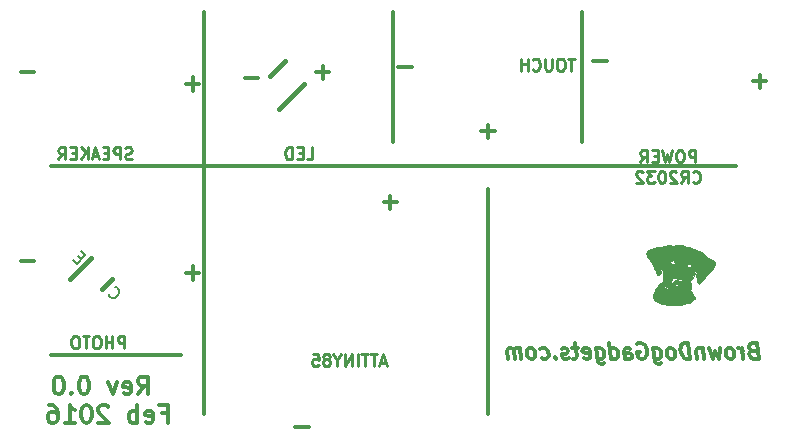
<source format=gbo>
G04 #@! TF.FileFunction,Legend,Bot*
%FSLAX46Y46*%
G04 Gerber Fmt 4.6, Leading zero omitted, Abs format (unit mm)*
G04 Created by KiCad (PCBNEW (2015-08-15 BZR 6092)-product) date 2/28/2016 10:29:08 PM*
%MOMM*%
G01*
G04 APERTURE LIST*
%ADD10C,0.100000*%
%ADD11C,0.300000*%
%ADD12C,0.250000*%
%ADD13C,0.400000*%
%ADD14C,0.010000*%
%ADD15C,0.150000*%
G04 APERTURE END LIST*
D10*
D11*
X141000000Y-34000000D02*
X141000000Y-23000000D01*
X157000000Y-34000000D02*
X157000000Y-23000000D01*
X149000000Y-57000000D02*
X149000000Y-38000000D01*
X112000000Y-52000000D02*
X123000000Y-52000000D01*
X125000000Y-23000000D02*
X125000000Y-57000000D01*
X112000000Y-36000000D02*
X170000000Y-36000000D01*
X119375713Y-55358571D02*
X119875713Y-54644286D01*
X120232856Y-55358571D02*
X120232856Y-53858571D01*
X119661428Y-53858571D01*
X119518570Y-53930000D01*
X119447142Y-54001429D01*
X119375713Y-54144286D01*
X119375713Y-54358571D01*
X119447142Y-54501429D01*
X119518570Y-54572857D01*
X119661428Y-54644286D01*
X120232856Y-54644286D01*
X118161428Y-55287143D02*
X118304285Y-55358571D01*
X118589999Y-55358571D01*
X118732856Y-55287143D01*
X118804285Y-55144286D01*
X118804285Y-54572857D01*
X118732856Y-54430000D01*
X118589999Y-54358571D01*
X118304285Y-54358571D01*
X118161428Y-54430000D01*
X118089999Y-54572857D01*
X118089999Y-54715714D01*
X118804285Y-54858571D01*
X117589999Y-54358571D02*
X117232856Y-55358571D01*
X116875714Y-54358571D01*
X114875714Y-53858571D02*
X114732857Y-53858571D01*
X114590000Y-53930000D01*
X114518571Y-54001429D01*
X114447142Y-54144286D01*
X114375714Y-54430000D01*
X114375714Y-54787143D01*
X114447142Y-55072857D01*
X114518571Y-55215714D01*
X114590000Y-55287143D01*
X114732857Y-55358571D01*
X114875714Y-55358571D01*
X115018571Y-55287143D01*
X115090000Y-55215714D01*
X115161428Y-55072857D01*
X115232857Y-54787143D01*
X115232857Y-54430000D01*
X115161428Y-54144286D01*
X115090000Y-54001429D01*
X115018571Y-53930000D01*
X114875714Y-53858571D01*
X113732857Y-55215714D02*
X113661429Y-55287143D01*
X113732857Y-55358571D01*
X113804286Y-55287143D01*
X113732857Y-55215714D01*
X113732857Y-55358571D01*
X112732857Y-53858571D02*
X112590000Y-53858571D01*
X112447143Y-53930000D01*
X112375714Y-54001429D01*
X112304285Y-54144286D01*
X112232857Y-54430000D01*
X112232857Y-54787143D01*
X112304285Y-55072857D01*
X112375714Y-55215714D01*
X112447143Y-55287143D01*
X112590000Y-55358571D01*
X112732857Y-55358571D01*
X112875714Y-55287143D01*
X112947143Y-55215714D01*
X113018571Y-55072857D01*
X113090000Y-54787143D01*
X113090000Y-54430000D01*
X113018571Y-54144286D01*
X112947143Y-54001429D01*
X112875714Y-53930000D01*
X112732857Y-53858571D01*
X121375713Y-56972857D02*
X121875713Y-56972857D01*
X121875713Y-57758571D02*
X121875713Y-56258571D01*
X121161427Y-56258571D01*
X120018571Y-57687143D02*
X120161428Y-57758571D01*
X120447142Y-57758571D01*
X120589999Y-57687143D01*
X120661428Y-57544286D01*
X120661428Y-56972857D01*
X120589999Y-56830000D01*
X120447142Y-56758571D01*
X120161428Y-56758571D01*
X120018571Y-56830000D01*
X119947142Y-56972857D01*
X119947142Y-57115714D01*
X120661428Y-57258571D01*
X119304285Y-57758571D02*
X119304285Y-56258571D01*
X119304285Y-56830000D02*
X119161428Y-56758571D01*
X118875714Y-56758571D01*
X118732857Y-56830000D01*
X118661428Y-56901429D01*
X118589999Y-57044286D01*
X118589999Y-57472857D01*
X118661428Y-57615714D01*
X118732857Y-57687143D01*
X118875714Y-57758571D01*
X119161428Y-57758571D01*
X119304285Y-57687143D01*
X116875714Y-56401429D02*
X116804285Y-56330000D01*
X116661428Y-56258571D01*
X116304285Y-56258571D01*
X116161428Y-56330000D01*
X116089999Y-56401429D01*
X116018571Y-56544286D01*
X116018571Y-56687143D01*
X116089999Y-56901429D01*
X116947142Y-57758571D01*
X116018571Y-57758571D01*
X115090000Y-56258571D02*
X114947143Y-56258571D01*
X114804286Y-56330000D01*
X114732857Y-56401429D01*
X114661428Y-56544286D01*
X114590000Y-56830000D01*
X114590000Y-57187143D01*
X114661428Y-57472857D01*
X114732857Y-57615714D01*
X114804286Y-57687143D01*
X114947143Y-57758571D01*
X115090000Y-57758571D01*
X115232857Y-57687143D01*
X115304286Y-57615714D01*
X115375714Y-57472857D01*
X115447143Y-57187143D01*
X115447143Y-56830000D01*
X115375714Y-56544286D01*
X115304286Y-56401429D01*
X115232857Y-56330000D01*
X115090000Y-56258571D01*
X113161429Y-57758571D02*
X114018572Y-57758571D01*
X113590000Y-57758571D02*
X113590000Y-56258571D01*
X113732857Y-56472857D01*
X113875715Y-56615714D01*
X114018572Y-56687143D01*
X111875715Y-56258571D02*
X112161429Y-56258571D01*
X112304286Y-56330000D01*
X112375715Y-56401429D01*
X112518572Y-56615714D01*
X112590001Y-56901429D01*
X112590001Y-57472857D01*
X112518572Y-57615714D01*
X112447144Y-57687143D01*
X112304286Y-57758571D01*
X112018572Y-57758571D01*
X111875715Y-57687143D01*
X111804286Y-57615714D01*
X111732858Y-57472857D01*
X111732858Y-57115714D01*
X111804286Y-56972857D01*
X111875715Y-56901429D01*
X112018572Y-56830000D01*
X112304286Y-56830000D01*
X112447144Y-56901429D01*
X112518572Y-56972857D01*
X112590001Y-57115714D01*
X133821428Y-58107143D02*
X132678571Y-58107143D01*
D12*
X118869048Y-35404762D02*
X118726191Y-35452381D01*
X118488095Y-35452381D01*
X118392857Y-35404762D01*
X118345238Y-35357143D01*
X118297619Y-35261905D01*
X118297619Y-35166667D01*
X118345238Y-35071429D01*
X118392857Y-35023810D01*
X118488095Y-34976190D01*
X118678572Y-34928571D01*
X118773810Y-34880952D01*
X118821429Y-34833333D01*
X118869048Y-34738095D01*
X118869048Y-34642857D01*
X118821429Y-34547619D01*
X118773810Y-34500000D01*
X118678572Y-34452381D01*
X118440476Y-34452381D01*
X118297619Y-34500000D01*
X117869048Y-35452381D02*
X117869048Y-34452381D01*
X117488095Y-34452381D01*
X117392857Y-34500000D01*
X117345238Y-34547619D01*
X117297619Y-34642857D01*
X117297619Y-34785714D01*
X117345238Y-34880952D01*
X117392857Y-34928571D01*
X117488095Y-34976190D01*
X117869048Y-34976190D01*
X116869048Y-34928571D02*
X116535714Y-34928571D01*
X116392857Y-35452381D02*
X116869048Y-35452381D01*
X116869048Y-34452381D01*
X116392857Y-34452381D01*
X116011905Y-35166667D02*
X115535714Y-35166667D01*
X116107143Y-35452381D02*
X115773810Y-34452381D01*
X115440476Y-35452381D01*
X115107143Y-35452381D02*
X115107143Y-34452381D01*
X114535714Y-35452381D02*
X114964286Y-34880952D01*
X114535714Y-34452381D02*
X115107143Y-35023810D01*
X114107143Y-34928571D02*
X113773809Y-34928571D01*
X113630952Y-35452381D02*
X114107143Y-35452381D01*
X114107143Y-34452381D01*
X113630952Y-34452381D01*
X112630952Y-35452381D02*
X112964286Y-34976190D01*
X113202381Y-35452381D02*
X113202381Y-34452381D01*
X112821428Y-34452381D01*
X112726190Y-34500000D01*
X112678571Y-34547619D01*
X112630952Y-34642857D01*
X112630952Y-34785714D01*
X112678571Y-34880952D01*
X112726190Y-34928571D01*
X112821428Y-34976190D01*
X113202381Y-34976190D01*
D11*
X141321428Y-39107143D02*
X140178571Y-39107143D01*
X140750000Y-39678571D02*
X140750000Y-38535714D01*
D12*
X118214286Y-51452381D02*
X118214286Y-50452381D01*
X117833333Y-50452381D01*
X117738095Y-50500000D01*
X117690476Y-50547619D01*
X117642857Y-50642857D01*
X117642857Y-50785714D01*
X117690476Y-50880952D01*
X117738095Y-50928571D01*
X117833333Y-50976190D01*
X118214286Y-50976190D01*
X117214286Y-51452381D02*
X117214286Y-50452381D01*
X117214286Y-50928571D02*
X116642857Y-50928571D01*
X116642857Y-51452381D02*
X116642857Y-50452381D01*
X115976191Y-50452381D02*
X115785714Y-50452381D01*
X115690476Y-50500000D01*
X115595238Y-50595238D01*
X115547619Y-50785714D01*
X115547619Y-51119048D01*
X115595238Y-51309524D01*
X115690476Y-51404762D01*
X115785714Y-51452381D01*
X115976191Y-51452381D01*
X116071429Y-51404762D01*
X116166667Y-51309524D01*
X116214286Y-51119048D01*
X116214286Y-50785714D01*
X116166667Y-50595238D01*
X116071429Y-50500000D01*
X115976191Y-50452381D01*
X115261905Y-50452381D02*
X114690476Y-50452381D01*
X114976191Y-51452381D02*
X114976191Y-50452381D01*
X114166667Y-50452381D02*
X113976190Y-50452381D01*
X113880952Y-50500000D01*
X113785714Y-50595238D01*
X113738095Y-50785714D01*
X113738095Y-51119048D01*
X113785714Y-51309524D01*
X113880952Y-51404762D01*
X113976190Y-51452381D01*
X114166667Y-51452381D01*
X114261905Y-51404762D01*
X114357143Y-51309524D01*
X114404762Y-51119048D01*
X114404762Y-50785714D01*
X114357143Y-50595238D01*
X114261905Y-50500000D01*
X114166667Y-50452381D01*
D11*
X124571428Y-45107143D02*
X123428571Y-45107143D01*
X124000000Y-45678571D02*
X124000000Y-44535714D01*
X110571428Y-44107143D02*
X109428571Y-44107143D01*
X110571428Y-28107143D02*
X109428571Y-28107143D01*
X159071428Y-27107143D02*
X157928571Y-27107143D01*
X172571428Y-28857143D02*
X171428571Y-28857143D01*
X172000000Y-29428571D02*
X172000000Y-28285714D01*
X142571428Y-27607143D02*
X141428571Y-27607143D01*
X149571428Y-33107143D02*
X148428571Y-33107143D01*
X149000000Y-33678571D02*
X149000000Y-32535714D01*
X129571428Y-28607143D02*
X128428571Y-28607143D01*
X124571428Y-29107143D02*
X123428571Y-29107143D01*
X124000000Y-29678571D02*
X124000000Y-28535714D01*
D12*
X166559524Y-35702381D02*
X166559524Y-34702381D01*
X166178571Y-34702381D01*
X166083333Y-34750000D01*
X166035714Y-34797619D01*
X165988095Y-34892857D01*
X165988095Y-35035714D01*
X166035714Y-35130952D01*
X166083333Y-35178571D01*
X166178571Y-35226190D01*
X166559524Y-35226190D01*
X165369048Y-34702381D02*
X165178571Y-34702381D01*
X165083333Y-34750000D01*
X164988095Y-34845238D01*
X164940476Y-35035714D01*
X164940476Y-35369048D01*
X164988095Y-35559524D01*
X165083333Y-35654762D01*
X165178571Y-35702381D01*
X165369048Y-35702381D01*
X165464286Y-35654762D01*
X165559524Y-35559524D01*
X165607143Y-35369048D01*
X165607143Y-35035714D01*
X165559524Y-34845238D01*
X165464286Y-34750000D01*
X165369048Y-34702381D01*
X164607143Y-34702381D02*
X164369048Y-35702381D01*
X164178571Y-34988095D01*
X163988095Y-35702381D01*
X163750000Y-34702381D01*
X163369048Y-35178571D02*
X163035714Y-35178571D01*
X162892857Y-35702381D02*
X163369048Y-35702381D01*
X163369048Y-34702381D01*
X162892857Y-34702381D01*
X161892857Y-35702381D02*
X162226191Y-35226190D01*
X162464286Y-35702381D02*
X162464286Y-34702381D01*
X162083333Y-34702381D01*
X161988095Y-34750000D01*
X161940476Y-34797619D01*
X161892857Y-34892857D01*
X161892857Y-35035714D01*
X161940476Y-35130952D01*
X161988095Y-35178571D01*
X162083333Y-35226190D01*
X162464286Y-35226190D01*
X156357143Y-26952381D02*
X155785714Y-26952381D01*
X156071429Y-27952381D02*
X156071429Y-26952381D01*
X155261905Y-26952381D02*
X155071428Y-26952381D01*
X154976190Y-27000000D01*
X154880952Y-27095238D01*
X154833333Y-27285714D01*
X154833333Y-27619048D01*
X154880952Y-27809524D01*
X154976190Y-27904762D01*
X155071428Y-27952381D01*
X155261905Y-27952381D01*
X155357143Y-27904762D01*
X155452381Y-27809524D01*
X155500000Y-27619048D01*
X155500000Y-27285714D01*
X155452381Y-27095238D01*
X155357143Y-27000000D01*
X155261905Y-26952381D01*
X154404762Y-26952381D02*
X154404762Y-27761905D01*
X154357143Y-27857143D01*
X154309524Y-27904762D01*
X154214286Y-27952381D01*
X154023809Y-27952381D01*
X153928571Y-27904762D01*
X153880952Y-27857143D01*
X153833333Y-27761905D01*
X153833333Y-26952381D01*
X152785714Y-27857143D02*
X152833333Y-27904762D01*
X152976190Y-27952381D01*
X153071428Y-27952381D01*
X153214286Y-27904762D01*
X153309524Y-27809524D01*
X153357143Y-27714286D01*
X153404762Y-27523810D01*
X153404762Y-27380952D01*
X153357143Y-27190476D01*
X153309524Y-27095238D01*
X153214286Y-27000000D01*
X153071428Y-26952381D01*
X152976190Y-26952381D01*
X152833333Y-27000000D01*
X152785714Y-27047619D01*
X152357143Y-27952381D02*
X152357143Y-26952381D01*
X152357143Y-27428571D02*
X151785714Y-27428571D01*
X151785714Y-27952381D02*
X151785714Y-26952381D01*
X133642857Y-35452381D02*
X134119048Y-35452381D01*
X134119048Y-34452381D01*
X133309524Y-34928571D02*
X132976190Y-34928571D01*
X132833333Y-35452381D02*
X133309524Y-35452381D01*
X133309524Y-34452381D01*
X132833333Y-34452381D01*
X132404762Y-35452381D02*
X132404762Y-34452381D01*
X132166667Y-34452381D01*
X132023809Y-34500000D01*
X131928571Y-34595238D01*
X131880952Y-34690476D01*
X131833333Y-34880952D01*
X131833333Y-35023810D01*
X131880952Y-35214286D01*
X131928571Y-35309524D01*
X132023809Y-35404762D01*
X132166667Y-35452381D01*
X132404762Y-35452381D01*
D11*
X135571428Y-28107143D02*
X134428571Y-28107143D01*
X135000000Y-28678571D02*
X135000000Y-27535714D01*
D12*
X140392857Y-52666667D02*
X139916666Y-52666667D01*
X140488095Y-52952381D02*
X140154762Y-51952381D01*
X139821428Y-52952381D01*
X139630952Y-51952381D02*
X139059523Y-51952381D01*
X139345238Y-52952381D02*
X139345238Y-51952381D01*
X138869047Y-51952381D02*
X138297618Y-51952381D01*
X138583333Y-52952381D02*
X138583333Y-51952381D01*
X137964285Y-52952381D02*
X137964285Y-51952381D01*
X137488095Y-52952381D02*
X137488095Y-51952381D01*
X136916666Y-52952381D01*
X136916666Y-51952381D01*
X136250000Y-52476190D02*
X136250000Y-52952381D01*
X136583333Y-51952381D02*
X136250000Y-52476190D01*
X135916666Y-51952381D01*
X135440476Y-52380952D02*
X135535714Y-52333333D01*
X135583333Y-52285714D01*
X135630952Y-52190476D01*
X135630952Y-52142857D01*
X135583333Y-52047619D01*
X135535714Y-52000000D01*
X135440476Y-51952381D01*
X135249999Y-51952381D01*
X135154761Y-52000000D01*
X135107142Y-52047619D01*
X135059523Y-52142857D01*
X135059523Y-52190476D01*
X135107142Y-52285714D01*
X135154761Y-52333333D01*
X135249999Y-52380952D01*
X135440476Y-52380952D01*
X135535714Y-52428571D01*
X135583333Y-52476190D01*
X135630952Y-52571429D01*
X135630952Y-52761905D01*
X135583333Y-52857143D01*
X135535714Y-52904762D01*
X135440476Y-52952381D01*
X135249999Y-52952381D01*
X135154761Y-52904762D01*
X135107142Y-52857143D01*
X135059523Y-52761905D01*
X135059523Y-52571429D01*
X135107142Y-52476190D01*
X135154761Y-52428571D01*
X135249999Y-52380952D01*
X134154761Y-51952381D02*
X134630952Y-51952381D01*
X134678571Y-52428571D01*
X134630952Y-52380952D01*
X134535714Y-52333333D01*
X134297618Y-52333333D01*
X134202380Y-52380952D01*
X134154761Y-52428571D01*
X134107142Y-52523810D01*
X134107142Y-52761905D01*
X134154761Y-52857143D01*
X134202380Y-52904762D01*
X134297618Y-52952381D01*
X134535714Y-52952381D01*
X134630952Y-52904762D01*
X134678571Y-52857143D01*
X166345238Y-37357143D02*
X166392857Y-37404762D01*
X166535714Y-37452381D01*
X166630952Y-37452381D01*
X166773810Y-37404762D01*
X166869048Y-37309524D01*
X166916667Y-37214286D01*
X166964286Y-37023810D01*
X166964286Y-36880952D01*
X166916667Y-36690476D01*
X166869048Y-36595238D01*
X166773810Y-36500000D01*
X166630952Y-36452381D01*
X166535714Y-36452381D01*
X166392857Y-36500000D01*
X166345238Y-36547619D01*
X165345238Y-37452381D02*
X165678572Y-36976190D01*
X165916667Y-37452381D02*
X165916667Y-36452381D01*
X165535714Y-36452381D01*
X165440476Y-36500000D01*
X165392857Y-36547619D01*
X165345238Y-36642857D01*
X165345238Y-36785714D01*
X165392857Y-36880952D01*
X165440476Y-36928571D01*
X165535714Y-36976190D01*
X165916667Y-36976190D01*
X164964286Y-36547619D02*
X164916667Y-36500000D01*
X164821429Y-36452381D01*
X164583333Y-36452381D01*
X164488095Y-36500000D01*
X164440476Y-36547619D01*
X164392857Y-36642857D01*
X164392857Y-36738095D01*
X164440476Y-36880952D01*
X165011905Y-37452381D01*
X164392857Y-37452381D01*
X163773810Y-36452381D02*
X163678571Y-36452381D01*
X163583333Y-36500000D01*
X163535714Y-36547619D01*
X163488095Y-36642857D01*
X163440476Y-36833333D01*
X163440476Y-37071429D01*
X163488095Y-37261905D01*
X163535714Y-37357143D01*
X163583333Y-37404762D01*
X163678571Y-37452381D01*
X163773810Y-37452381D01*
X163869048Y-37404762D01*
X163916667Y-37357143D01*
X163964286Y-37261905D01*
X164011905Y-37071429D01*
X164011905Y-36833333D01*
X163964286Y-36642857D01*
X163916667Y-36547619D01*
X163869048Y-36500000D01*
X163773810Y-36452381D01*
X163107143Y-36452381D02*
X162488095Y-36452381D01*
X162821429Y-36833333D01*
X162678571Y-36833333D01*
X162583333Y-36880952D01*
X162535714Y-36928571D01*
X162488095Y-37023810D01*
X162488095Y-37261905D01*
X162535714Y-37357143D01*
X162583333Y-37404762D01*
X162678571Y-37452381D01*
X162964286Y-37452381D01*
X163059524Y-37404762D01*
X163107143Y-37357143D01*
X162107143Y-36547619D02*
X162059524Y-36500000D01*
X161964286Y-36452381D01*
X161726190Y-36452381D01*
X161630952Y-36500000D01*
X161583333Y-36547619D01*
X161535714Y-36642857D01*
X161535714Y-36738095D01*
X161583333Y-36880952D01*
X162154762Y-37452381D01*
X161535714Y-37452381D01*
D11*
X171421725Y-51657143D02*
X171243749Y-51719048D01*
X171189582Y-51780952D01*
X171143153Y-51904762D01*
X171166367Y-52090476D01*
X171243749Y-52214286D01*
X171313392Y-52276190D01*
X171444939Y-52338095D01*
X171940177Y-52338095D01*
X171777677Y-51038095D01*
X171344344Y-51038095D01*
X171228272Y-51100000D01*
X171174106Y-51161905D01*
X171127677Y-51285714D01*
X171143153Y-51409524D01*
X171220535Y-51533333D01*
X171290177Y-51595238D01*
X171421725Y-51657143D01*
X171855058Y-51657143D01*
X170640177Y-52338095D02*
X170531844Y-51471429D01*
X170562796Y-51719048D02*
X170485415Y-51595238D01*
X170415773Y-51533333D01*
X170284225Y-51471429D01*
X170160416Y-51471429D01*
X169649701Y-52338095D02*
X169765772Y-52276190D01*
X169819939Y-52214286D01*
X169866367Y-52090476D01*
X169819939Y-51719048D01*
X169742558Y-51595238D01*
X169672915Y-51533333D01*
X169541368Y-51471429D01*
X169355654Y-51471429D01*
X169239582Y-51533333D01*
X169185415Y-51595238D01*
X169138987Y-51719048D01*
X169185415Y-52090476D01*
X169262796Y-52214286D01*
X169332439Y-52276190D01*
X169463987Y-52338095D01*
X169649701Y-52338095D01*
X168674702Y-51471429D02*
X168535416Y-52338095D01*
X168210416Y-51719048D01*
X168040178Y-52338095D01*
X167684226Y-51471429D01*
X167188987Y-51471429D02*
X167297320Y-52338095D01*
X167204463Y-51595238D02*
X167134820Y-51533333D01*
X167003273Y-51471429D01*
X166817559Y-51471429D01*
X166701487Y-51533333D01*
X166655058Y-51657143D01*
X166740177Y-52338095D01*
X166121130Y-52338095D02*
X165958630Y-51038095D01*
X165649106Y-51038095D01*
X165471130Y-51100000D01*
X165362797Y-51223810D01*
X165316368Y-51347619D01*
X165285416Y-51595238D01*
X165308630Y-51780952D01*
X165401487Y-52028571D01*
X165478869Y-52152381D01*
X165618154Y-52276190D01*
X165811606Y-52338095D01*
X166121130Y-52338095D01*
X164635416Y-52338095D02*
X164751487Y-52276190D01*
X164805654Y-52214286D01*
X164852082Y-52090476D01*
X164805654Y-51719048D01*
X164728273Y-51595238D01*
X164658630Y-51533333D01*
X164527083Y-51471429D01*
X164341369Y-51471429D01*
X164225297Y-51533333D01*
X164171130Y-51595238D01*
X164124702Y-51719048D01*
X164171130Y-52090476D01*
X164248511Y-52214286D01*
X164318154Y-52276190D01*
X164449702Y-52338095D01*
X164635416Y-52338095D01*
X162979464Y-51471429D02*
X163111011Y-52523810D01*
X163188392Y-52647619D01*
X163258036Y-52709524D01*
X163389583Y-52771429D01*
X163575298Y-52771429D01*
X163691369Y-52709524D01*
X163080059Y-52276190D02*
X163211607Y-52338095D01*
X163459226Y-52338095D01*
X163575297Y-52276190D01*
X163629464Y-52214286D01*
X163675892Y-52090476D01*
X163629464Y-51719048D01*
X163552083Y-51595238D01*
X163482440Y-51533333D01*
X163350893Y-51471429D01*
X163103274Y-51471429D01*
X162987202Y-51533333D01*
X161633036Y-51100000D02*
X161749107Y-51038095D01*
X161934822Y-51038095D01*
X162128274Y-51100000D01*
X162267559Y-51223810D01*
X162344940Y-51347619D01*
X162437798Y-51595238D01*
X162461012Y-51780952D01*
X162430059Y-52028571D01*
X162383631Y-52152381D01*
X162275298Y-52276190D01*
X162097322Y-52338095D01*
X161973512Y-52338095D01*
X161780060Y-52276190D01*
X161710417Y-52214286D01*
X161656250Y-51780952D01*
X161903869Y-51780952D01*
X160611607Y-52338095D02*
X160526488Y-51657143D01*
X160572917Y-51533333D01*
X160688989Y-51471429D01*
X160936608Y-51471429D01*
X161068155Y-51533333D01*
X160603869Y-52276190D02*
X160735417Y-52338095D01*
X161044941Y-52338095D01*
X161161012Y-52276190D01*
X161207441Y-52152381D01*
X161191964Y-52028571D01*
X161114583Y-51904762D01*
X160983036Y-51842857D01*
X160673512Y-51842857D01*
X160541964Y-51780952D01*
X159435417Y-52338095D02*
X159272917Y-51038095D01*
X159427679Y-52276190D02*
X159559227Y-52338095D01*
X159806846Y-52338095D01*
X159922917Y-52276190D01*
X159977084Y-52214286D01*
X160023512Y-52090476D01*
X159977084Y-51719048D01*
X159899703Y-51595238D01*
X159830060Y-51533333D01*
X159698513Y-51471429D01*
X159450894Y-51471429D01*
X159334822Y-51533333D01*
X158150894Y-51471429D02*
X158282441Y-52523810D01*
X158359822Y-52647619D01*
X158429466Y-52709524D01*
X158561013Y-52771429D01*
X158746728Y-52771429D01*
X158862799Y-52709524D01*
X158251489Y-52276190D02*
X158383037Y-52338095D01*
X158630656Y-52338095D01*
X158746727Y-52276190D01*
X158800894Y-52214286D01*
X158847322Y-52090476D01*
X158800894Y-51719048D01*
X158723513Y-51595238D01*
X158653870Y-51533333D01*
X158522323Y-51471429D01*
X158274704Y-51471429D01*
X158158632Y-51533333D01*
X157137204Y-52276190D02*
X157268752Y-52338095D01*
X157516371Y-52338095D01*
X157632442Y-52276190D01*
X157678871Y-52152381D01*
X157616966Y-51657143D01*
X157539585Y-51533333D01*
X157408038Y-51471429D01*
X157160419Y-51471429D01*
X157044347Y-51533333D01*
X156997918Y-51657143D01*
X157013394Y-51780952D01*
X157647918Y-51904762D01*
X156603275Y-51471429D02*
X156108037Y-51471429D01*
X156363394Y-51038095D02*
X156502680Y-52152381D01*
X156456251Y-52276190D01*
X156340180Y-52338095D01*
X156216370Y-52338095D01*
X155837204Y-52276190D02*
X155721132Y-52338095D01*
X155473513Y-52338095D01*
X155341966Y-52276190D01*
X155264585Y-52152381D01*
X155256846Y-52090476D01*
X155303275Y-51966667D01*
X155419346Y-51904762D01*
X155605061Y-51904762D01*
X155721132Y-51842857D01*
X155767561Y-51719048D01*
X155759823Y-51657143D01*
X155682442Y-51533333D01*
X155550895Y-51471429D01*
X155365180Y-51471429D01*
X155249109Y-51533333D01*
X154715180Y-52214286D02*
X154661013Y-52276190D01*
X154730656Y-52338095D01*
X154784823Y-52276190D01*
X154715180Y-52214286D01*
X154730656Y-52338095D01*
X153546727Y-52276190D02*
X153678275Y-52338095D01*
X153925894Y-52338095D01*
X154041965Y-52276190D01*
X154096132Y-52214286D01*
X154142560Y-52090476D01*
X154096132Y-51719048D01*
X154018751Y-51595238D01*
X153949108Y-51533333D01*
X153817561Y-51471429D01*
X153569942Y-51471429D01*
X153453870Y-51533333D01*
X152811608Y-52338095D02*
X152927679Y-52276190D01*
X152981846Y-52214286D01*
X153028274Y-52090476D01*
X152981846Y-51719048D01*
X152904465Y-51595238D01*
X152834822Y-51533333D01*
X152703275Y-51471429D01*
X152517561Y-51471429D01*
X152401489Y-51533333D01*
X152347322Y-51595238D01*
X152300894Y-51719048D01*
X152347322Y-52090476D01*
X152424703Y-52214286D01*
X152494346Y-52276190D01*
X152625894Y-52338095D01*
X152811608Y-52338095D01*
X151821132Y-52338095D02*
X151712799Y-51471429D01*
X151728275Y-51595238D02*
X151658632Y-51533333D01*
X151527085Y-51471429D01*
X151341371Y-51471429D01*
X151225299Y-51533333D01*
X151178870Y-51657143D01*
X151263989Y-52338095D01*
X151178870Y-51657143D02*
X151101490Y-51533333D01*
X150969942Y-51471429D01*
X150784228Y-51471429D01*
X150668156Y-51533333D01*
X150621727Y-51657143D01*
X150706846Y-52338095D01*
D13*
X115409010Y-43823223D02*
X113641243Y-45590990D01*
X117176777Y-45590990D02*
X116292893Y-46474874D01*
X131823223Y-27176777D02*
X130585786Y-28414214D01*
X133414214Y-29121320D02*
X131292893Y-31242641D01*
D14*
G36*
X163760133Y-45878676D02*
X163768334Y-45940548D01*
X163786569Y-46039881D01*
X163832064Y-46168014D01*
X163849657Y-46206751D01*
X163930981Y-46375072D01*
X164285771Y-46426369D01*
X164465068Y-46450362D01*
X164624936Y-46468353D01*
X164736963Y-46477233D01*
X164754781Y-46477666D01*
X164838300Y-46488705D01*
X164869000Y-46512204D01*
X164902693Y-46551499D01*
X164988184Y-46611955D01*
X165043130Y-46644609D01*
X165143447Y-46695057D01*
X165235947Y-46720930D01*
X165350151Y-46726345D01*
X165515581Y-46715418D01*
X165537095Y-46713492D01*
X165716489Y-46690801D01*
X165882782Y-46658834D01*
X166000767Y-46624397D01*
X166003135Y-46623421D01*
X166124213Y-46577038D01*
X166190742Y-46572153D01*
X166225084Y-46614866D01*
X166244834Y-46689333D01*
X166273836Y-46778153D01*
X166305123Y-46816306D01*
X166305814Y-46816333D01*
X166350057Y-46852173D01*
X166405666Y-46940914D01*
X166459590Y-47054387D01*
X166498778Y-47164424D01*
X166510178Y-47242858D01*
X166507896Y-47252483D01*
X166447621Y-47324853D01*
X166327237Y-47412556D01*
X166167116Y-47504641D01*
X165987633Y-47590154D01*
X165809161Y-47658146D01*
X165694500Y-47689719D01*
X165167660Y-47779232D01*
X164685327Y-47808526D01*
X164233280Y-47778373D01*
X164184997Y-47771491D01*
X164002079Y-47742257D01*
X163837816Y-47712875D01*
X163720461Y-47688493D01*
X163698164Y-47682793D01*
X163601529Y-47660640D01*
X163546084Y-47656055D01*
X163515385Y-47631225D01*
X163514334Y-47620666D01*
X163478883Y-47586255D01*
X163429789Y-47578333D01*
X163351308Y-47551148D01*
X163243835Y-47481692D01*
X163179198Y-47428320D01*
X163051330Y-47288295D01*
X162985775Y-47145582D01*
X162981057Y-46983882D01*
X163035704Y-46786901D01*
X163106415Y-46623654D01*
X163187371Y-46476179D01*
X163293352Y-46314678D01*
X163411546Y-46155138D01*
X163529143Y-46013550D01*
X163633333Y-45905904D01*
X163711303Y-45848190D01*
X163732141Y-45842666D01*
X163760133Y-45878676D01*
X163760133Y-45878676D01*
G37*
X163760133Y-45878676D02*
X163768334Y-45940548D01*
X163786569Y-46039881D01*
X163832064Y-46168014D01*
X163849657Y-46206751D01*
X163930981Y-46375072D01*
X164285771Y-46426369D01*
X164465068Y-46450362D01*
X164624936Y-46468353D01*
X164736963Y-46477233D01*
X164754781Y-46477666D01*
X164838300Y-46488705D01*
X164869000Y-46512204D01*
X164902693Y-46551499D01*
X164988184Y-46611955D01*
X165043130Y-46644609D01*
X165143447Y-46695057D01*
X165235947Y-46720930D01*
X165350151Y-46726345D01*
X165515581Y-46715418D01*
X165537095Y-46713492D01*
X165716489Y-46690801D01*
X165882782Y-46658834D01*
X166000767Y-46624397D01*
X166003135Y-46623421D01*
X166124213Y-46577038D01*
X166190742Y-46572153D01*
X166225084Y-46614866D01*
X166244834Y-46689333D01*
X166273836Y-46778153D01*
X166305123Y-46816306D01*
X166305814Y-46816333D01*
X166350057Y-46852173D01*
X166405666Y-46940914D01*
X166459590Y-47054387D01*
X166498778Y-47164424D01*
X166510178Y-47242858D01*
X166507896Y-47252483D01*
X166447621Y-47324853D01*
X166327237Y-47412556D01*
X166167116Y-47504641D01*
X165987633Y-47590154D01*
X165809161Y-47658146D01*
X165694500Y-47689719D01*
X165167660Y-47779232D01*
X164685327Y-47808526D01*
X164233280Y-47778373D01*
X164184997Y-47771491D01*
X164002079Y-47742257D01*
X163837816Y-47712875D01*
X163720461Y-47688493D01*
X163698164Y-47682793D01*
X163601529Y-47660640D01*
X163546084Y-47656055D01*
X163515385Y-47631225D01*
X163514334Y-47620666D01*
X163478883Y-47586255D01*
X163429789Y-47578333D01*
X163351308Y-47551148D01*
X163243835Y-47481692D01*
X163179198Y-47428320D01*
X163051330Y-47288295D01*
X162985775Y-47145582D01*
X162981057Y-46983882D01*
X163035704Y-46786901D01*
X163106415Y-46623654D01*
X163187371Y-46476179D01*
X163293352Y-46314678D01*
X163411546Y-46155138D01*
X163529143Y-46013550D01*
X163633333Y-45905904D01*
X163711303Y-45848190D01*
X163732141Y-45842666D01*
X163760133Y-45878676D01*
G36*
X164488667Y-42692668D02*
X164512231Y-42732157D01*
X164517337Y-42749540D01*
X164554615Y-42813975D01*
X164591537Y-42822572D01*
X164655464Y-42806891D01*
X164778334Y-42783120D01*
X164935400Y-42755998D01*
X164960852Y-42751857D01*
X165195325Y-42726340D01*
X165409960Y-42734198D01*
X165630415Y-42779634D01*
X165882348Y-42866849D01*
X166025144Y-42926145D01*
X166218051Y-43001281D01*
X166425329Y-43069590D01*
X166593236Y-43114154D01*
X166893259Y-43199163D01*
X167132284Y-43317829D01*
X167331501Y-43483477D01*
X167490464Y-43678344D01*
X167617144Y-43803109D01*
X167801545Y-43913232D01*
X167828379Y-43925459D01*
X168020783Y-44019450D01*
X168141580Y-44103369D01*
X168201613Y-44186393D01*
X168213300Y-44251144D01*
X168190586Y-44365619D01*
X168131896Y-44514355D01*
X168051311Y-44671041D01*
X167962912Y-44809363D01*
X167880779Y-44903010D01*
X167854808Y-44921062D01*
X167771788Y-44985428D01*
X167656465Y-45101600D01*
X167524069Y-45251315D01*
X167389826Y-45416313D01*
X167268965Y-45578331D01*
X167176715Y-45719108D01*
X167152020Y-45763840D01*
X167078312Y-45877846D01*
X166997068Y-45961381D01*
X166977782Y-45973886D01*
X166901531Y-45999246D01*
X166840502Y-45964872D01*
X166809139Y-45928961D01*
X166720198Y-45771183D01*
X166669573Y-45559977D01*
X166655655Y-45286060D01*
X166664012Y-45091250D01*
X166671456Y-44910945D01*
X166667442Y-44781104D01*
X166654529Y-44708682D01*
X166635278Y-44700638D01*
X166612250Y-44763928D01*
X166590046Y-44890302D01*
X166519513Y-45149013D01*
X166381967Y-45420392D01*
X166255053Y-45601467D01*
X166185830Y-45693888D01*
X166152974Y-45765550D01*
X166150764Y-45848512D01*
X166173480Y-45974832D01*
X166181584Y-46013182D01*
X166208459Y-46238686D01*
X166179024Y-46404305D01*
X166091799Y-46514664D01*
X166007578Y-46557531D01*
X165842369Y-46596403D01*
X165634831Y-46620121D01*
X165425157Y-46625971D01*
X165253536Y-46611237D01*
X165243061Y-46609172D01*
X165105987Y-46567281D01*
X164986053Y-46510010D01*
X164981197Y-46506895D01*
X164886166Y-46465822D01*
X164738432Y-46424664D01*
X164569496Y-46392154D01*
X164564803Y-46391458D01*
X164327578Y-46351957D01*
X164159373Y-46311153D01*
X164044644Y-46263554D01*
X163967847Y-46203671D01*
X163941562Y-46171309D01*
X163892958Y-46080166D01*
X164688569Y-46080166D01*
X164692676Y-46106556D01*
X164694908Y-46108841D01*
X164764253Y-46137196D01*
X164874592Y-46147578D01*
X164886955Y-46147269D01*
X164992820Y-46154183D01*
X165056888Y-46178440D01*
X165060336Y-46182684D01*
X165119933Y-46218311D01*
X165157249Y-46223018D01*
X165202849Y-46214857D01*
X165170493Y-46185418D01*
X165131415Y-46134844D01*
X165134989Y-46111516D01*
X165130641Y-46052796D01*
X165098080Y-45992858D01*
X165053656Y-45941620D01*
X165038948Y-45960128D01*
X165038334Y-45978778D01*
X165011926Y-46027410D01*
X164953667Y-46024266D01*
X164884017Y-46026452D01*
X164869000Y-46054331D01*
X164833639Y-46089108D01*
X164759957Y-46085691D01*
X164688569Y-46080166D01*
X163892958Y-46080166D01*
X163889942Y-46074511D01*
X163841894Y-45945448D01*
X163805754Y-45813306D01*
X163804263Y-45803357D01*
X164530334Y-45803357D01*
X164539882Y-45908271D01*
X164563686Y-45965874D01*
X164572667Y-45969666D01*
X164655448Y-45952504D01*
X164666275Y-45911824D01*
X164678206Y-45852857D01*
X164718383Y-45776964D01*
X164761668Y-45723400D01*
X164817562Y-45696769D01*
X164910668Y-45691297D01*
X165047310Y-45699743D01*
X165238198Y-45728152D01*
X165364734Y-45783973D01*
X165445502Y-45877591D01*
X165472931Y-45937582D01*
X165469894Y-46004039D01*
X165396403Y-46065001D01*
X165375543Y-46076253D01*
X165290424Y-46125838D01*
X165250435Y-46160096D01*
X165250000Y-46162060D01*
X165284232Y-46167609D01*
X165362347Y-46155495D01*
X165447479Y-46133501D01*
X165502760Y-46109411D01*
X165503890Y-46108460D01*
X165520822Y-46049215D01*
X165520424Y-45940810D01*
X165506283Y-45816128D01*
X165481986Y-45708051D01*
X165454081Y-45651859D01*
X165390583Y-45623662D01*
X165268489Y-45590058D01*
X165113209Y-45556211D01*
X164950153Y-45527281D01*
X164804730Y-45508432D01*
X164726286Y-45504000D01*
X164626854Y-45542333D01*
X164557675Y-45645481D01*
X164530390Y-45795659D01*
X164530334Y-45803357D01*
X163804263Y-45803357D01*
X163789858Y-45707271D01*
X163796226Y-45662449D01*
X163805066Y-45608617D01*
X163813479Y-45486446D01*
X163820676Y-45312267D01*
X163825869Y-45102408D01*
X163827052Y-45024751D01*
X163828789Y-44820887D01*
X163828432Y-44661188D01*
X163826154Y-44557356D01*
X163822276Y-44522414D01*
X165846992Y-44522414D01*
X165873787Y-44561769D01*
X165953195Y-44572265D01*
X166010647Y-44572666D01*
X166143037Y-44557554D01*
X166206223Y-44514566D01*
X166207089Y-44512474D01*
X166206678Y-44430479D01*
X166181781Y-44361835D01*
X166120482Y-44296235D01*
X166018702Y-44282822D01*
X165998604Y-44284444D01*
X165903439Y-44305186D01*
X165862321Y-44361319D01*
X165850568Y-44435083D01*
X165846992Y-44522414D01*
X163822276Y-44522414D01*
X163822129Y-44521090D01*
X163819736Y-44530333D01*
X163766790Y-44780319D01*
X163688126Y-44988490D01*
X163590494Y-45143117D01*
X163480644Y-45232473D01*
X163405495Y-45250000D01*
X163357491Y-45238797D01*
X163312963Y-45196018D01*
X163263334Y-45107908D01*
X163200025Y-44960711D01*
X163157067Y-44851650D01*
X163064354Y-44640664D01*
X162939152Y-44394435D01*
X162801247Y-44150184D01*
X164431978Y-44150184D01*
X164434583Y-44162650D01*
X164498138Y-44286820D01*
X164602306Y-44348921D01*
X164725544Y-44340620D01*
X164794917Y-44302070D01*
X164854164Y-44235074D01*
X164866437Y-44175049D01*
X164826667Y-44149333D01*
X164789110Y-44115045D01*
X164784334Y-44085833D01*
X164746639Y-44035319D01*
X164660796Y-44022333D01*
X164515886Y-44034519D01*
X164442870Y-44075116D01*
X164431978Y-44150184D01*
X162801247Y-44150184D01*
X162798928Y-44146078D01*
X162704895Y-43994400D01*
X162580586Y-43799738D01*
X162497572Y-43659377D01*
X162448934Y-43558020D01*
X162427752Y-43480372D01*
X162427104Y-43411137D01*
X162430248Y-43387333D01*
X162471590Y-43264021D01*
X162539908Y-43168585D01*
X162543565Y-43165491D01*
X162659026Y-43099499D01*
X162838226Y-43031127D01*
X163060673Y-42966565D01*
X163305873Y-42912002D01*
X163477426Y-42883446D01*
X163674101Y-42850533D01*
X163876222Y-42808689D01*
X164022334Y-42771793D01*
X164223712Y-42715147D01*
X164358900Y-42683512D01*
X164442387Y-42676236D01*
X164488667Y-42692668D01*
X164488667Y-42692668D01*
G37*
X164488667Y-42692668D02*
X164512231Y-42732157D01*
X164517337Y-42749540D01*
X164554615Y-42813975D01*
X164591537Y-42822572D01*
X164655464Y-42806891D01*
X164778334Y-42783120D01*
X164935400Y-42755998D01*
X164960852Y-42751857D01*
X165195325Y-42726340D01*
X165409960Y-42734198D01*
X165630415Y-42779634D01*
X165882348Y-42866849D01*
X166025144Y-42926145D01*
X166218051Y-43001281D01*
X166425329Y-43069590D01*
X166593236Y-43114154D01*
X166893259Y-43199163D01*
X167132284Y-43317829D01*
X167331501Y-43483477D01*
X167490464Y-43678344D01*
X167617144Y-43803109D01*
X167801545Y-43913232D01*
X167828379Y-43925459D01*
X168020783Y-44019450D01*
X168141580Y-44103369D01*
X168201613Y-44186393D01*
X168213300Y-44251144D01*
X168190586Y-44365619D01*
X168131896Y-44514355D01*
X168051311Y-44671041D01*
X167962912Y-44809363D01*
X167880779Y-44903010D01*
X167854808Y-44921062D01*
X167771788Y-44985428D01*
X167656465Y-45101600D01*
X167524069Y-45251315D01*
X167389826Y-45416313D01*
X167268965Y-45578331D01*
X167176715Y-45719108D01*
X167152020Y-45763840D01*
X167078312Y-45877846D01*
X166997068Y-45961381D01*
X166977782Y-45973886D01*
X166901531Y-45999246D01*
X166840502Y-45964872D01*
X166809139Y-45928961D01*
X166720198Y-45771183D01*
X166669573Y-45559977D01*
X166655655Y-45286060D01*
X166664012Y-45091250D01*
X166671456Y-44910945D01*
X166667442Y-44781104D01*
X166654529Y-44708682D01*
X166635278Y-44700638D01*
X166612250Y-44763928D01*
X166590046Y-44890302D01*
X166519513Y-45149013D01*
X166381967Y-45420392D01*
X166255053Y-45601467D01*
X166185830Y-45693888D01*
X166152974Y-45765550D01*
X166150764Y-45848512D01*
X166173480Y-45974832D01*
X166181584Y-46013182D01*
X166208459Y-46238686D01*
X166179024Y-46404305D01*
X166091799Y-46514664D01*
X166007578Y-46557531D01*
X165842369Y-46596403D01*
X165634831Y-46620121D01*
X165425157Y-46625971D01*
X165253536Y-46611237D01*
X165243061Y-46609172D01*
X165105987Y-46567281D01*
X164986053Y-46510010D01*
X164981197Y-46506895D01*
X164886166Y-46465822D01*
X164738432Y-46424664D01*
X164569496Y-46392154D01*
X164564803Y-46391458D01*
X164327578Y-46351957D01*
X164159373Y-46311153D01*
X164044644Y-46263554D01*
X163967847Y-46203671D01*
X163941562Y-46171309D01*
X163892958Y-46080166D01*
X164688569Y-46080166D01*
X164692676Y-46106556D01*
X164694908Y-46108841D01*
X164764253Y-46137196D01*
X164874592Y-46147578D01*
X164886955Y-46147269D01*
X164992820Y-46154183D01*
X165056888Y-46178440D01*
X165060336Y-46182684D01*
X165119933Y-46218311D01*
X165157249Y-46223018D01*
X165202849Y-46214857D01*
X165170493Y-46185418D01*
X165131415Y-46134844D01*
X165134989Y-46111516D01*
X165130641Y-46052796D01*
X165098080Y-45992858D01*
X165053656Y-45941620D01*
X165038948Y-45960128D01*
X165038334Y-45978778D01*
X165011926Y-46027410D01*
X164953667Y-46024266D01*
X164884017Y-46026452D01*
X164869000Y-46054331D01*
X164833639Y-46089108D01*
X164759957Y-46085691D01*
X164688569Y-46080166D01*
X163892958Y-46080166D01*
X163889942Y-46074511D01*
X163841894Y-45945448D01*
X163805754Y-45813306D01*
X163804263Y-45803357D01*
X164530334Y-45803357D01*
X164539882Y-45908271D01*
X164563686Y-45965874D01*
X164572667Y-45969666D01*
X164655448Y-45952504D01*
X164666275Y-45911824D01*
X164678206Y-45852857D01*
X164718383Y-45776964D01*
X164761668Y-45723400D01*
X164817562Y-45696769D01*
X164910668Y-45691297D01*
X165047310Y-45699743D01*
X165238198Y-45728152D01*
X165364734Y-45783973D01*
X165445502Y-45877591D01*
X165472931Y-45937582D01*
X165469894Y-46004039D01*
X165396403Y-46065001D01*
X165375543Y-46076253D01*
X165290424Y-46125838D01*
X165250435Y-46160096D01*
X165250000Y-46162060D01*
X165284232Y-46167609D01*
X165362347Y-46155495D01*
X165447479Y-46133501D01*
X165502760Y-46109411D01*
X165503890Y-46108460D01*
X165520822Y-46049215D01*
X165520424Y-45940810D01*
X165506283Y-45816128D01*
X165481986Y-45708051D01*
X165454081Y-45651859D01*
X165390583Y-45623662D01*
X165268489Y-45590058D01*
X165113209Y-45556211D01*
X164950153Y-45527281D01*
X164804730Y-45508432D01*
X164726286Y-45504000D01*
X164626854Y-45542333D01*
X164557675Y-45645481D01*
X164530390Y-45795659D01*
X164530334Y-45803357D01*
X163804263Y-45803357D01*
X163789858Y-45707271D01*
X163796226Y-45662449D01*
X163805066Y-45608617D01*
X163813479Y-45486446D01*
X163820676Y-45312267D01*
X163825869Y-45102408D01*
X163827052Y-45024751D01*
X163828789Y-44820887D01*
X163828432Y-44661188D01*
X163826154Y-44557356D01*
X163822276Y-44522414D01*
X165846992Y-44522414D01*
X165873787Y-44561769D01*
X165953195Y-44572265D01*
X166010647Y-44572666D01*
X166143037Y-44557554D01*
X166206223Y-44514566D01*
X166207089Y-44512474D01*
X166206678Y-44430479D01*
X166181781Y-44361835D01*
X166120482Y-44296235D01*
X166018702Y-44282822D01*
X165998604Y-44284444D01*
X165903439Y-44305186D01*
X165862321Y-44361319D01*
X165850568Y-44435083D01*
X165846992Y-44522414D01*
X163822276Y-44522414D01*
X163822129Y-44521090D01*
X163819736Y-44530333D01*
X163766790Y-44780319D01*
X163688126Y-44988490D01*
X163590494Y-45143117D01*
X163480644Y-45232473D01*
X163405495Y-45250000D01*
X163357491Y-45238797D01*
X163312963Y-45196018D01*
X163263334Y-45107908D01*
X163200025Y-44960711D01*
X163157067Y-44851650D01*
X163064354Y-44640664D01*
X162939152Y-44394435D01*
X162801247Y-44150184D01*
X164431978Y-44150184D01*
X164434583Y-44162650D01*
X164498138Y-44286820D01*
X164602306Y-44348921D01*
X164725544Y-44340620D01*
X164794917Y-44302070D01*
X164854164Y-44235074D01*
X164866437Y-44175049D01*
X164826667Y-44149333D01*
X164789110Y-44115045D01*
X164784334Y-44085833D01*
X164746639Y-44035319D01*
X164660796Y-44022333D01*
X164515886Y-44034519D01*
X164442870Y-44075116D01*
X164431978Y-44150184D01*
X162801247Y-44150184D01*
X162798928Y-44146078D01*
X162704895Y-43994400D01*
X162580586Y-43799738D01*
X162497572Y-43659377D01*
X162448934Y-43558020D01*
X162427752Y-43480372D01*
X162427104Y-43411137D01*
X162430248Y-43387333D01*
X162471590Y-43264021D01*
X162539908Y-43168585D01*
X162543565Y-43165491D01*
X162659026Y-43099499D01*
X162838226Y-43031127D01*
X163060673Y-42966565D01*
X163305873Y-42912002D01*
X163477426Y-42883446D01*
X163674101Y-42850533D01*
X163876222Y-42808689D01*
X164022334Y-42771793D01*
X164223712Y-42715147D01*
X164358900Y-42683512D01*
X164442387Y-42676236D01*
X164488667Y-42692668D01*
G36*
X164657334Y-45948500D02*
X164636167Y-45969666D01*
X164615000Y-45948500D01*
X164636167Y-45927333D01*
X164657334Y-45948500D01*
X164657334Y-45948500D01*
G37*
X164657334Y-45948500D02*
X164636167Y-45969666D01*
X164615000Y-45948500D01*
X164636167Y-45927333D01*
X164657334Y-45948500D01*
G36*
X165461667Y-45736833D02*
X165440500Y-45758000D01*
X165419334Y-45736833D01*
X165440500Y-45715666D01*
X165461667Y-45736833D01*
X165461667Y-45736833D01*
G37*
X165461667Y-45736833D02*
X165440500Y-45758000D01*
X165419334Y-45736833D01*
X165440500Y-45715666D01*
X165461667Y-45736833D01*
D15*
X114550381Y-43924238D02*
X114314678Y-43688535D01*
X113843274Y-43957910D02*
X114179991Y-44294628D01*
X114887098Y-43587521D01*
X114550380Y-43250803D01*
X116882148Y-46862099D02*
X116882148Y-46929442D01*
X116949492Y-47064129D01*
X117016835Y-47131472D01*
X117151523Y-47198817D01*
X117286210Y-47198817D01*
X117387225Y-47165145D01*
X117555583Y-47064130D01*
X117656599Y-46963114D01*
X117757614Y-46794755D01*
X117791286Y-46693740D01*
X117791286Y-46559053D01*
X117723942Y-46424366D01*
X117656598Y-46357022D01*
X117521912Y-46289679D01*
X117454568Y-46289679D01*
M02*

</source>
